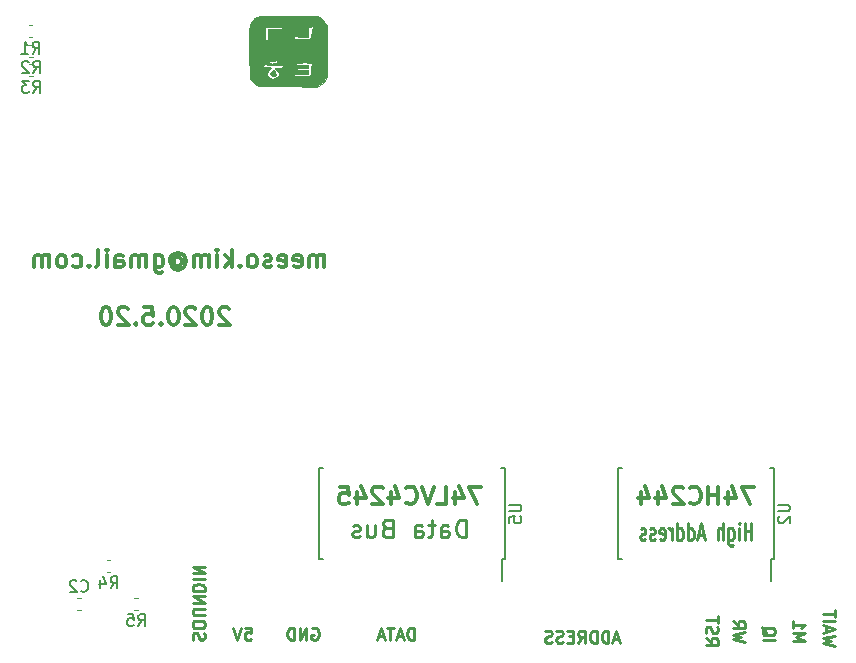
<source format=gbr>
G04 #@! TF.GenerationSoftware,KiCad,Pcbnew,5.1.5-52549c5~86~ubuntu18.04.1*
G04 #@! TF.CreationDate,2020-05-25T17:54:38+09:00*
G04 #@! TF.ProjectId,rpmpv1,72706d70-7631-42e6-9b69-6361645f7063,rev?*
G04 #@! TF.SameCoordinates,Original*
G04 #@! TF.FileFunction,Legend,Bot*
G04 #@! TF.FilePolarity,Positive*
%FSLAX46Y46*%
G04 Gerber Fmt 4.6, Leading zero omitted, Abs format (unit mm)*
G04 Created by KiCad (PCBNEW 5.1.5-52549c5~86~ubuntu18.04.1) date 2020-05-25 17:54:38*
%MOMM*%
%LPD*%
G04 APERTURE LIST*
%ADD10C,0.250000*%
%ADD11C,0.300000*%
%ADD12C,0.150000*%
%ADD13C,0.010000*%
%ADD14C,0.120000*%
G04 APERTURE END LIST*
D10*
X149692714Y-96182571D02*
X149692714Y-94682571D01*
X149335571Y-94682571D01*
X149121285Y-94754000D01*
X148978428Y-94896857D01*
X148907000Y-95039714D01*
X148835571Y-95325428D01*
X148835571Y-95539714D01*
X148907000Y-95825428D01*
X148978428Y-95968285D01*
X149121285Y-96111142D01*
X149335571Y-96182571D01*
X149692714Y-96182571D01*
X147549857Y-96182571D02*
X147549857Y-95396857D01*
X147621285Y-95254000D01*
X147764142Y-95182571D01*
X148049857Y-95182571D01*
X148192714Y-95254000D01*
X147549857Y-96111142D02*
X147692714Y-96182571D01*
X148049857Y-96182571D01*
X148192714Y-96111142D01*
X148264142Y-95968285D01*
X148264142Y-95825428D01*
X148192714Y-95682571D01*
X148049857Y-95611142D01*
X147692714Y-95611142D01*
X147549857Y-95539714D01*
X147049857Y-95182571D02*
X146478428Y-95182571D01*
X146835571Y-94682571D02*
X146835571Y-95968285D01*
X146764142Y-96111142D01*
X146621285Y-96182571D01*
X146478428Y-96182571D01*
X145335571Y-96182571D02*
X145335571Y-95396857D01*
X145407000Y-95254000D01*
X145549857Y-95182571D01*
X145835571Y-95182571D01*
X145978428Y-95254000D01*
X145335571Y-96111142D02*
X145478428Y-96182571D01*
X145835571Y-96182571D01*
X145978428Y-96111142D01*
X146049857Y-95968285D01*
X146049857Y-95825428D01*
X145978428Y-95682571D01*
X145835571Y-95611142D01*
X145478428Y-95611142D01*
X145335571Y-95539714D01*
X142978428Y-95396857D02*
X142764142Y-95468285D01*
X142692714Y-95539714D01*
X142621285Y-95682571D01*
X142621285Y-95896857D01*
X142692714Y-96039714D01*
X142764142Y-96111142D01*
X142907000Y-96182571D01*
X143478428Y-96182571D01*
X143478428Y-94682571D01*
X142978428Y-94682571D01*
X142835571Y-94754000D01*
X142764142Y-94825428D01*
X142692714Y-94968285D01*
X142692714Y-95111142D01*
X142764142Y-95254000D01*
X142835571Y-95325428D01*
X142978428Y-95396857D01*
X143478428Y-95396857D01*
X141335571Y-95182571D02*
X141335571Y-96182571D01*
X141978428Y-95182571D02*
X141978428Y-95968285D01*
X141907000Y-96111142D01*
X141764142Y-96182571D01*
X141549857Y-96182571D01*
X141407000Y-96111142D01*
X141335571Y-96039714D01*
X140692714Y-96111142D02*
X140549857Y-96182571D01*
X140264142Y-96182571D01*
X140121285Y-96111142D01*
X140049857Y-95968285D01*
X140049857Y-95896857D01*
X140121285Y-95754000D01*
X140264142Y-95682571D01*
X140478428Y-95682571D01*
X140621285Y-95611142D01*
X140692714Y-95468285D01*
X140692714Y-95396857D01*
X140621285Y-95254000D01*
X140478428Y-95182571D01*
X140264142Y-95182571D01*
X140121285Y-95254000D01*
X173854476Y-96436571D02*
X173854476Y-94936571D01*
X173854476Y-95650857D02*
X173283047Y-95650857D01*
X173283047Y-96436571D02*
X173283047Y-94936571D01*
X172806857Y-96436571D02*
X172806857Y-95436571D01*
X172806857Y-94936571D02*
X172854476Y-95008000D01*
X172806857Y-95079428D01*
X172759238Y-95008000D01*
X172806857Y-94936571D01*
X172806857Y-95079428D01*
X171902095Y-95436571D02*
X171902095Y-96650857D01*
X171949714Y-96793714D01*
X171997333Y-96865142D01*
X172092571Y-96936571D01*
X172235428Y-96936571D01*
X172330666Y-96865142D01*
X171902095Y-96365142D02*
X171997333Y-96436571D01*
X172187809Y-96436571D01*
X172283047Y-96365142D01*
X172330666Y-96293714D01*
X172378285Y-96150857D01*
X172378285Y-95722285D01*
X172330666Y-95579428D01*
X172283047Y-95508000D01*
X172187809Y-95436571D01*
X171997333Y-95436571D01*
X171902095Y-95508000D01*
X171425904Y-96436571D02*
X171425904Y-94936571D01*
X170997333Y-96436571D02*
X170997333Y-95650857D01*
X171044952Y-95508000D01*
X171140190Y-95436571D01*
X171283047Y-95436571D01*
X171378285Y-95508000D01*
X171425904Y-95579428D01*
X169806857Y-96008000D02*
X169330666Y-96008000D01*
X169902095Y-96436571D02*
X169568761Y-94936571D01*
X169235428Y-96436571D01*
X168473523Y-96436571D02*
X168473523Y-94936571D01*
X168473523Y-96365142D02*
X168568761Y-96436571D01*
X168759238Y-96436571D01*
X168854476Y-96365142D01*
X168902095Y-96293714D01*
X168949714Y-96150857D01*
X168949714Y-95722285D01*
X168902095Y-95579428D01*
X168854476Y-95508000D01*
X168759238Y-95436571D01*
X168568761Y-95436571D01*
X168473523Y-95508000D01*
X167568761Y-96436571D02*
X167568761Y-94936571D01*
X167568761Y-96365142D02*
X167664000Y-96436571D01*
X167854476Y-96436571D01*
X167949714Y-96365142D01*
X167997333Y-96293714D01*
X168044952Y-96150857D01*
X168044952Y-95722285D01*
X167997333Y-95579428D01*
X167949714Y-95508000D01*
X167854476Y-95436571D01*
X167664000Y-95436571D01*
X167568761Y-95508000D01*
X167092571Y-96436571D02*
X167092571Y-95436571D01*
X167092571Y-95722285D02*
X167044952Y-95579428D01*
X166997333Y-95508000D01*
X166902095Y-95436571D01*
X166806857Y-95436571D01*
X166092571Y-96365142D02*
X166187809Y-96436571D01*
X166378285Y-96436571D01*
X166473523Y-96365142D01*
X166521142Y-96222285D01*
X166521142Y-95650857D01*
X166473523Y-95508000D01*
X166378285Y-95436571D01*
X166187809Y-95436571D01*
X166092571Y-95508000D01*
X166044952Y-95650857D01*
X166044952Y-95793714D01*
X166521142Y-95936571D01*
X165664000Y-96365142D02*
X165568761Y-96436571D01*
X165378285Y-96436571D01*
X165283047Y-96365142D01*
X165235428Y-96222285D01*
X165235428Y-96150857D01*
X165283047Y-96008000D01*
X165378285Y-95936571D01*
X165521142Y-95936571D01*
X165616380Y-95865142D01*
X165664000Y-95722285D01*
X165664000Y-95650857D01*
X165616380Y-95508000D01*
X165521142Y-95436571D01*
X165378285Y-95436571D01*
X165283047Y-95508000D01*
X164854476Y-96365142D02*
X164759238Y-96436571D01*
X164568761Y-96436571D01*
X164473523Y-96365142D01*
X164425904Y-96222285D01*
X164425904Y-96150857D01*
X164473523Y-96008000D01*
X164568761Y-95936571D01*
X164711619Y-95936571D01*
X164806857Y-95865142D01*
X164854476Y-95722285D01*
X164854476Y-95650857D01*
X164806857Y-95508000D01*
X164711619Y-95436571D01*
X164568761Y-95436571D01*
X164473523Y-95508000D01*
X126595238Y-104846047D02*
X126547619Y-104703190D01*
X126547619Y-104465095D01*
X126595238Y-104369857D01*
X126642857Y-104322238D01*
X126738095Y-104274619D01*
X126833333Y-104274619D01*
X126928571Y-104322238D01*
X126976190Y-104369857D01*
X127023809Y-104465095D01*
X127071428Y-104655571D01*
X127119047Y-104750809D01*
X127166666Y-104798428D01*
X127261904Y-104846047D01*
X127357142Y-104846047D01*
X127452380Y-104798428D01*
X127500000Y-104750809D01*
X127547619Y-104655571D01*
X127547619Y-104417476D01*
X127500000Y-104274619D01*
X127547619Y-103655571D02*
X127547619Y-103465095D01*
X127500000Y-103369857D01*
X127404761Y-103274619D01*
X127214285Y-103227000D01*
X126880952Y-103227000D01*
X126690476Y-103274619D01*
X126595238Y-103369857D01*
X126547619Y-103465095D01*
X126547619Y-103655571D01*
X126595238Y-103750809D01*
X126690476Y-103846047D01*
X126880952Y-103893666D01*
X127214285Y-103893666D01*
X127404761Y-103846047D01*
X127500000Y-103750809D01*
X127547619Y-103655571D01*
X127547619Y-102798428D02*
X126738095Y-102798428D01*
X126642857Y-102750809D01*
X126595238Y-102703190D01*
X126547619Y-102607952D01*
X126547619Y-102417476D01*
X126595238Y-102322238D01*
X126642857Y-102274619D01*
X126738095Y-102227000D01*
X127547619Y-102227000D01*
X126547619Y-101750809D02*
X127547619Y-101750809D01*
X126547619Y-101179380D01*
X127547619Y-101179380D01*
X126547619Y-100703190D02*
X127547619Y-100703190D01*
X127547619Y-100465095D01*
X127500000Y-100322238D01*
X127404761Y-100227000D01*
X127309523Y-100179380D01*
X127119047Y-100131761D01*
X126976190Y-100131761D01*
X126785714Y-100179380D01*
X126690476Y-100227000D01*
X126595238Y-100322238D01*
X126547619Y-100465095D01*
X126547619Y-100703190D01*
X126547619Y-99703190D02*
X127547619Y-99703190D01*
X126547619Y-99227000D02*
X127547619Y-99227000D01*
X126547619Y-98655571D01*
X127547619Y-98655571D01*
D11*
X150978428Y-91888571D02*
X149978428Y-91888571D01*
X150621285Y-93388571D01*
X148764142Y-92388571D02*
X148764142Y-93388571D01*
X149121285Y-91817142D02*
X149478428Y-92888571D01*
X148549857Y-92888571D01*
X147264142Y-93388571D02*
X147978428Y-93388571D01*
X147978428Y-91888571D01*
X146978428Y-91888571D02*
X146478428Y-93388571D01*
X145978428Y-91888571D01*
X144621285Y-93245714D02*
X144692714Y-93317142D01*
X144907000Y-93388571D01*
X145049857Y-93388571D01*
X145264142Y-93317142D01*
X145407000Y-93174285D01*
X145478428Y-93031428D01*
X145549857Y-92745714D01*
X145549857Y-92531428D01*
X145478428Y-92245714D01*
X145407000Y-92102857D01*
X145264142Y-91960000D01*
X145049857Y-91888571D01*
X144907000Y-91888571D01*
X144692714Y-91960000D01*
X144621285Y-92031428D01*
X143335571Y-92388571D02*
X143335571Y-93388571D01*
X143692714Y-91817142D02*
X144049857Y-92888571D01*
X143121285Y-92888571D01*
X142621285Y-92031428D02*
X142549857Y-91960000D01*
X142407000Y-91888571D01*
X142049857Y-91888571D01*
X141907000Y-91960000D01*
X141835571Y-92031428D01*
X141764142Y-92174285D01*
X141764142Y-92317142D01*
X141835571Y-92531428D01*
X142692714Y-93388571D01*
X141764142Y-93388571D01*
X140478428Y-92388571D02*
X140478428Y-93388571D01*
X140835571Y-91817142D02*
X141192714Y-92888571D01*
X140264142Y-92888571D01*
X138978428Y-91888571D02*
X139692714Y-91888571D01*
X139764142Y-92602857D01*
X139692714Y-92531428D01*
X139549857Y-92460000D01*
X139192714Y-92460000D01*
X139049857Y-92531428D01*
X138978428Y-92602857D01*
X138907000Y-92745714D01*
X138907000Y-93102857D01*
X138978428Y-93245714D01*
X139049857Y-93317142D01*
X139192714Y-93388571D01*
X139549857Y-93388571D01*
X139692714Y-93317142D01*
X139764142Y-93245714D01*
X174056857Y-91888571D02*
X173056857Y-91888571D01*
X173699714Y-93388571D01*
X171842571Y-92388571D02*
X171842571Y-93388571D01*
X172199714Y-91817142D02*
X172556857Y-92888571D01*
X171628285Y-92888571D01*
X171056857Y-93388571D02*
X171056857Y-91888571D01*
X171056857Y-92602857D02*
X170199714Y-92602857D01*
X170199714Y-93388571D02*
X170199714Y-91888571D01*
X168628285Y-93245714D02*
X168699714Y-93317142D01*
X168914000Y-93388571D01*
X169056857Y-93388571D01*
X169271142Y-93317142D01*
X169414000Y-93174285D01*
X169485428Y-93031428D01*
X169556857Y-92745714D01*
X169556857Y-92531428D01*
X169485428Y-92245714D01*
X169414000Y-92102857D01*
X169271142Y-91960000D01*
X169056857Y-91888571D01*
X168914000Y-91888571D01*
X168699714Y-91960000D01*
X168628285Y-92031428D01*
X168056857Y-92031428D02*
X167985428Y-91960000D01*
X167842571Y-91888571D01*
X167485428Y-91888571D01*
X167342571Y-91960000D01*
X167271142Y-92031428D01*
X167199714Y-92174285D01*
X167199714Y-92317142D01*
X167271142Y-92531428D01*
X168128285Y-93388571D01*
X167199714Y-93388571D01*
X165914000Y-92388571D02*
X165914000Y-93388571D01*
X166271142Y-91817142D02*
X166628285Y-92888571D01*
X165699714Y-92888571D01*
X164485428Y-92388571D02*
X164485428Y-93388571D01*
X164842571Y-91817142D02*
X165199714Y-92888571D01*
X164271142Y-92888571D01*
D10*
X162654857Y-104814666D02*
X162178666Y-104814666D01*
X162750095Y-105100380D02*
X162416761Y-104100380D01*
X162083428Y-105100380D01*
X161750095Y-105100380D02*
X161750095Y-104100380D01*
X161512000Y-104100380D01*
X161369142Y-104148000D01*
X161273904Y-104243238D01*
X161226285Y-104338476D01*
X161178666Y-104528952D01*
X161178666Y-104671809D01*
X161226285Y-104862285D01*
X161273904Y-104957523D01*
X161369142Y-105052761D01*
X161512000Y-105100380D01*
X161750095Y-105100380D01*
X160750095Y-105100380D02*
X160750095Y-104100380D01*
X160512000Y-104100380D01*
X160369142Y-104148000D01*
X160273904Y-104243238D01*
X160226285Y-104338476D01*
X160178666Y-104528952D01*
X160178666Y-104671809D01*
X160226285Y-104862285D01*
X160273904Y-104957523D01*
X160369142Y-105052761D01*
X160512000Y-105100380D01*
X160750095Y-105100380D01*
X159178666Y-105100380D02*
X159512000Y-104624190D01*
X159750095Y-105100380D02*
X159750095Y-104100380D01*
X159369142Y-104100380D01*
X159273904Y-104148000D01*
X159226285Y-104195619D01*
X159178666Y-104290857D01*
X159178666Y-104433714D01*
X159226285Y-104528952D01*
X159273904Y-104576571D01*
X159369142Y-104624190D01*
X159750095Y-104624190D01*
X158750095Y-104576571D02*
X158416761Y-104576571D01*
X158273904Y-105100380D02*
X158750095Y-105100380D01*
X158750095Y-104100380D01*
X158273904Y-104100380D01*
X157892952Y-105052761D02*
X157750095Y-105100380D01*
X157512000Y-105100380D01*
X157416761Y-105052761D01*
X157369142Y-105005142D01*
X157321523Y-104909904D01*
X157321523Y-104814666D01*
X157369142Y-104719428D01*
X157416761Y-104671809D01*
X157512000Y-104624190D01*
X157702476Y-104576571D01*
X157797714Y-104528952D01*
X157845333Y-104481333D01*
X157892952Y-104386095D01*
X157892952Y-104290857D01*
X157845333Y-104195619D01*
X157797714Y-104148000D01*
X157702476Y-104100380D01*
X157464380Y-104100380D01*
X157321523Y-104148000D01*
X156940571Y-105052761D02*
X156797714Y-105100380D01*
X156559619Y-105100380D01*
X156464380Y-105052761D01*
X156416761Y-105005142D01*
X156369142Y-104909904D01*
X156369142Y-104814666D01*
X156416761Y-104719428D01*
X156464380Y-104671809D01*
X156559619Y-104624190D01*
X156750095Y-104576571D01*
X156845333Y-104528952D01*
X156892952Y-104481333D01*
X156940571Y-104386095D01*
X156940571Y-104290857D01*
X156892952Y-104195619D01*
X156845333Y-104148000D01*
X156750095Y-104100380D01*
X156512000Y-104100380D01*
X156369142Y-104148000D01*
X145264000Y-104846380D02*
X145264000Y-103846380D01*
X145025904Y-103846380D01*
X144883047Y-103894000D01*
X144787809Y-103989238D01*
X144740190Y-104084476D01*
X144692571Y-104274952D01*
X144692571Y-104417809D01*
X144740190Y-104608285D01*
X144787809Y-104703523D01*
X144883047Y-104798761D01*
X145025904Y-104846380D01*
X145264000Y-104846380D01*
X144311619Y-104560666D02*
X143835428Y-104560666D01*
X144406857Y-104846380D02*
X144073523Y-103846380D01*
X143740190Y-104846380D01*
X143549714Y-103846380D02*
X142978285Y-103846380D01*
X143264000Y-104846380D02*
X143264000Y-103846380D01*
X142692571Y-104560666D02*
X142216380Y-104560666D01*
X142787809Y-104846380D02*
X142454476Y-103846380D01*
X142121142Y-104846380D01*
D11*
X129634571Y-76854928D02*
X129563142Y-76783500D01*
X129420285Y-76712071D01*
X129063142Y-76712071D01*
X128920285Y-76783500D01*
X128848857Y-76854928D01*
X128777428Y-76997785D01*
X128777428Y-77140642D01*
X128848857Y-77354928D01*
X129706000Y-78212071D01*
X128777428Y-78212071D01*
X127848857Y-76712071D02*
X127706000Y-76712071D01*
X127563142Y-76783500D01*
X127491714Y-76854928D01*
X127420285Y-76997785D01*
X127348857Y-77283500D01*
X127348857Y-77640642D01*
X127420285Y-77926357D01*
X127491714Y-78069214D01*
X127563142Y-78140642D01*
X127706000Y-78212071D01*
X127848857Y-78212071D01*
X127991714Y-78140642D01*
X128063142Y-78069214D01*
X128134571Y-77926357D01*
X128206000Y-77640642D01*
X128206000Y-77283500D01*
X128134571Y-76997785D01*
X128063142Y-76854928D01*
X127991714Y-76783500D01*
X127848857Y-76712071D01*
X126777428Y-76854928D02*
X126706000Y-76783500D01*
X126563142Y-76712071D01*
X126206000Y-76712071D01*
X126063142Y-76783500D01*
X125991714Y-76854928D01*
X125920285Y-76997785D01*
X125920285Y-77140642D01*
X125991714Y-77354928D01*
X126848857Y-78212071D01*
X125920285Y-78212071D01*
X124991714Y-76712071D02*
X124848857Y-76712071D01*
X124706000Y-76783500D01*
X124634571Y-76854928D01*
X124563142Y-76997785D01*
X124491714Y-77283500D01*
X124491714Y-77640642D01*
X124563142Y-77926357D01*
X124634571Y-78069214D01*
X124706000Y-78140642D01*
X124848857Y-78212071D01*
X124991714Y-78212071D01*
X125134571Y-78140642D01*
X125206000Y-78069214D01*
X125277428Y-77926357D01*
X125348857Y-77640642D01*
X125348857Y-77283500D01*
X125277428Y-76997785D01*
X125206000Y-76854928D01*
X125134571Y-76783500D01*
X124991714Y-76712071D01*
X123848857Y-78069214D02*
X123777428Y-78140642D01*
X123848857Y-78212071D01*
X123920285Y-78140642D01*
X123848857Y-78069214D01*
X123848857Y-78212071D01*
X122420285Y-76712071D02*
X123134571Y-76712071D01*
X123206000Y-77426357D01*
X123134571Y-77354928D01*
X122991714Y-77283500D01*
X122634571Y-77283500D01*
X122491714Y-77354928D01*
X122420285Y-77426357D01*
X122348857Y-77569214D01*
X122348857Y-77926357D01*
X122420285Y-78069214D01*
X122491714Y-78140642D01*
X122634571Y-78212071D01*
X122991714Y-78212071D01*
X123134571Y-78140642D01*
X123206000Y-78069214D01*
X121706000Y-78069214D02*
X121634571Y-78140642D01*
X121706000Y-78212071D01*
X121777428Y-78140642D01*
X121706000Y-78069214D01*
X121706000Y-78212071D01*
X121063142Y-76854928D02*
X120991714Y-76783500D01*
X120848857Y-76712071D01*
X120491714Y-76712071D01*
X120348857Y-76783500D01*
X120277428Y-76854928D01*
X120206000Y-76997785D01*
X120206000Y-77140642D01*
X120277428Y-77354928D01*
X121134571Y-78212071D01*
X120206000Y-78212071D01*
X119277428Y-76712071D02*
X119134571Y-76712071D01*
X118991714Y-76783500D01*
X118920285Y-76854928D01*
X118848857Y-76997785D01*
X118777428Y-77283500D01*
X118777428Y-77640642D01*
X118848857Y-77926357D01*
X118920285Y-78069214D01*
X118991714Y-78140642D01*
X119134571Y-78212071D01*
X119277428Y-78212071D01*
X119420285Y-78140642D01*
X119491714Y-78069214D01*
X119563142Y-77926357D01*
X119634571Y-77640642D01*
X119634571Y-77283500D01*
X119563142Y-76997785D01*
X119491714Y-76854928D01*
X119420285Y-76783500D01*
X119277428Y-76712071D01*
D10*
X131000476Y-103846380D02*
X131476666Y-103846380D01*
X131524285Y-104322571D01*
X131476666Y-104274952D01*
X131381428Y-104227333D01*
X131143333Y-104227333D01*
X131048095Y-104274952D01*
X131000476Y-104322571D01*
X130952857Y-104417809D01*
X130952857Y-104655904D01*
X131000476Y-104751142D01*
X131048095Y-104798761D01*
X131143333Y-104846380D01*
X131381428Y-104846380D01*
X131476666Y-104798761D01*
X131524285Y-104751142D01*
X130667142Y-103846380D02*
X130333809Y-104846380D01*
X130000476Y-103846380D01*
X136651904Y-103894000D02*
X136747142Y-103846380D01*
X136890000Y-103846380D01*
X137032857Y-103894000D01*
X137128095Y-103989238D01*
X137175714Y-104084476D01*
X137223333Y-104274952D01*
X137223333Y-104417809D01*
X137175714Y-104608285D01*
X137128095Y-104703523D01*
X137032857Y-104798761D01*
X136890000Y-104846380D01*
X136794761Y-104846380D01*
X136651904Y-104798761D01*
X136604285Y-104751142D01*
X136604285Y-104417809D01*
X136794761Y-104417809D01*
X136175714Y-104846380D02*
X136175714Y-103846380D01*
X135604285Y-104846380D01*
X135604285Y-103846380D01*
X135128095Y-104846380D02*
X135128095Y-103846380D01*
X134890000Y-103846380D01*
X134747142Y-103894000D01*
X134651904Y-103989238D01*
X134604285Y-104084476D01*
X134556666Y-104274952D01*
X134556666Y-104417809D01*
X134604285Y-104608285D01*
X134651904Y-104703523D01*
X134747142Y-104798761D01*
X134890000Y-104846380D01*
X135128095Y-104846380D01*
X173267619Y-105068571D02*
X172267619Y-104830476D01*
X172981904Y-104640000D01*
X172267619Y-104449523D01*
X173267619Y-104211428D01*
X172267619Y-103259047D02*
X172743809Y-103592380D01*
X172267619Y-103830476D02*
X173267619Y-103830476D01*
X173267619Y-103449523D01*
X173220000Y-103354285D01*
X173172380Y-103306666D01*
X173077142Y-103259047D01*
X172934285Y-103259047D01*
X172839047Y-103306666D01*
X172791428Y-103354285D01*
X172743809Y-103449523D01*
X172743809Y-103830476D01*
X174807619Y-104917809D02*
X175807619Y-104917809D01*
X174712380Y-103774952D02*
X174760000Y-103870190D01*
X174855238Y-103965428D01*
X174998095Y-104108285D01*
X175045714Y-104203523D01*
X175045714Y-104298761D01*
X174807619Y-104251142D02*
X174855238Y-104346380D01*
X174950476Y-104441619D01*
X175140952Y-104489238D01*
X175474285Y-104489238D01*
X175664761Y-104441619D01*
X175760000Y-104346380D01*
X175807619Y-104251142D01*
X175807619Y-104060666D01*
X175760000Y-103965428D01*
X175664761Y-103870190D01*
X175474285Y-103822571D01*
X175140952Y-103822571D01*
X174950476Y-103870190D01*
X174855238Y-103965428D01*
X174807619Y-104060666D01*
X174807619Y-104251142D01*
X177347619Y-104949523D02*
X178347619Y-104949523D01*
X177633333Y-104616190D01*
X178347619Y-104282857D01*
X177347619Y-104282857D01*
X177347619Y-103282857D02*
X177347619Y-103854285D01*
X177347619Y-103568571D02*
X178347619Y-103568571D01*
X178204761Y-103663809D01*
X178109523Y-103759047D01*
X178061904Y-103854285D01*
X180887619Y-105362190D02*
X179887619Y-105124095D01*
X180601904Y-104933619D01*
X179887619Y-104743142D01*
X180887619Y-104505047D01*
X180173333Y-104171714D02*
X180173333Y-103695523D01*
X179887619Y-104266952D02*
X180887619Y-103933619D01*
X179887619Y-103600285D01*
X179887619Y-103266952D02*
X180887619Y-103266952D01*
X180887619Y-102933619D02*
X180887619Y-102362190D01*
X179887619Y-102647904D02*
X180887619Y-102647904D01*
X169981619Y-104687619D02*
X170457809Y-105020952D01*
X169981619Y-105259047D02*
X170981619Y-105259047D01*
X170981619Y-104878095D01*
X170934000Y-104782857D01*
X170886380Y-104735238D01*
X170791142Y-104687619D01*
X170648285Y-104687619D01*
X170553047Y-104735238D01*
X170505428Y-104782857D01*
X170457809Y-104878095D01*
X170457809Y-105259047D01*
X170029238Y-104306666D02*
X169981619Y-104163809D01*
X169981619Y-103925714D01*
X170029238Y-103830476D01*
X170076857Y-103782857D01*
X170172095Y-103735238D01*
X170267333Y-103735238D01*
X170362571Y-103782857D01*
X170410190Y-103830476D01*
X170457809Y-103925714D01*
X170505428Y-104116190D01*
X170553047Y-104211428D01*
X170600666Y-104259047D01*
X170695904Y-104306666D01*
X170791142Y-104306666D01*
X170886380Y-104259047D01*
X170934000Y-104211428D01*
X170981619Y-104116190D01*
X170981619Y-103878095D01*
X170934000Y-103735238D01*
X170981619Y-103449523D02*
X170981619Y-102878095D01*
X169981619Y-103163809D02*
X170981619Y-103163809D01*
D11*
X137698214Y-73322571D02*
X137698214Y-72322571D01*
X137698214Y-72465428D02*
X137626785Y-72394000D01*
X137483928Y-72322571D01*
X137269642Y-72322571D01*
X137126785Y-72394000D01*
X137055357Y-72536857D01*
X137055357Y-73322571D01*
X137055357Y-72536857D02*
X136983928Y-72394000D01*
X136841071Y-72322571D01*
X136626785Y-72322571D01*
X136483928Y-72394000D01*
X136412500Y-72536857D01*
X136412500Y-73322571D01*
X135126785Y-73251142D02*
X135269642Y-73322571D01*
X135555357Y-73322571D01*
X135698214Y-73251142D01*
X135769642Y-73108285D01*
X135769642Y-72536857D01*
X135698214Y-72394000D01*
X135555357Y-72322571D01*
X135269642Y-72322571D01*
X135126785Y-72394000D01*
X135055357Y-72536857D01*
X135055357Y-72679714D01*
X135769642Y-72822571D01*
X133841071Y-73251142D02*
X133983928Y-73322571D01*
X134269642Y-73322571D01*
X134412500Y-73251142D01*
X134483928Y-73108285D01*
X134483928Y-72536857D01*
X134412500Y-72394000D01*
X134269642Y-72322571D01*
X133983928Y-72322571D01*
X133841071Y-72394000D01*
X133769642Y-72536857D01*
X133769642Y-72679714D01*
X134483928Y-72822571D01*
X133198214Y-73251142D02*
X133055357Y-73322571D01*
X132769642Y-73322571D01*
X132626785Y-73251142D01*
X132555357Y-73108285D01*
X132555357Y-73036857D01*
X132626785Y-72894000D01*
X132769642Y-72822571D01*
X132983928Y-72822571D01*
X133126785Y-72751142D01*
X133198214Y-72608285D01*
X133198214Y-72536857D01*
X133126785Y-72394000D01*
X132983928Y-72322571D01*
X132769642Y-72322571D01*
X132626785Y-72394000D01*
X131698214Y-73322571D02*
X131841071Y-73251142D01*
X131912500Y-73179714D01*
X131983928Y-73036857D01*
X131983928Y-72608285D01*
X131912500Y-72465428D01*
X131841071Y-72394000D01*
X131698214Y-72322571D01*
X131483928Y-72322571D01*
X131341071Y-72394000D01*
X131269642Y-72465428D01*
X131198214Y-72608285D01*
X131198214Y-73036857D01*
X131269642Y-73179714D01*
X131341071Y-73251142D01*
X131483928Y-73322571D01*
X131698214Y-73322571D01*
X130555357Y-73179714D02*
X130483928Y-73251142D01*
X130555357Y-73322571D01*
X130626785Y-73251142D01*
X130555357Y-73179714D01*
X130555357Y-73322571D01*
X129841071Y-73322571D02*
X129841071Y-71822571D01*
X129698214Y-72751142D02*
X129269642Y-73322571D01*
X129269642Y-72322571D02*
X129841071Y-72894000D01*
X128626785Y-73322571D02*
X128626785Y-72322571D01*
X128626785Y-71822571D02*
X128698214Y-71894000D01*
X128626785Y-71965428D01*
X128555357Y-71894000D01*
X128626785Y-71822571D01*
X128626785Y-71965428D01*
X127912500Y-73322571D02*
X127912500Y-72322571D01*
X127912500Y-72465428D02*
X127841071Y-72394000D01*
X127698214Y-72322571D01*
X127483928Y-72322571D01*
X127341071Y-72394000D01*
X127269642Y-72536857D01*
X127269642Y-73322571D01*
X127269642Y-72536857D02*
X127198214Y-72394000D01*
X127055357Y-72322571D01*
X126841071Y-72322571D01*
X126698214Y-72394000D01*
X126626785Y-72536857D01*
X126626785Y-73322571D01*
X124983928Y-72608285D02*
X125055357Y-72536857D01*
X125198214Y-72465428D01*
X125341071Y-72465428D01*
X125483928Y-72536857D01*
X125555357Y-72608285D01*
X125626785Y-72751142D01*
X125626785Y-72894000D01*
X125555357Y-73036857D01*
X125483928Y-73108285D01*
X125341071Y-73179714D01*
X125198214Y-73179714D01*
X125055357Y-73108285D01*
X124983928Y-73036857D01*
X124983928Y-72465428D02*
X124983928Y-73036857D01*
X124912500Y-73108285D01*
X124841071Y-73108285D01*
X124698214Y-73036857D01*
X124626785Y-72894000D01*
X124626785Y-72536857D01*
X124769642Y-72322571D01*
X124983928Y-72179714D01*
X125269642Y-72108285D01*
X125555357Y-72179714D01*
X125769642Y-72322571D01*
X125912500Y-72536857D01*
X125983928Y-72822571D01*
X125912500Y-73108285D01*
X125769642Y-73322571D01*
X125555357Y-73465428D01*
X125269642Y-73536857D01*
X124983928Y-73465428D01*
X124769642Y-73322571D01*
X123341071Y-72322571D02*
X123341071Y-73536857D01*
X123412500Y-73679714D01*
X123483928Y-73751142D01*
X123626785Y-73822571D01*
X123841071Y-73822571D01*
X123983928Y-73751142D01*
X123341071Y-73251142D02*
X123483928Y-73322571D01*
X123769642Y-73322571D01*
X123912500Y-73251142D01*
X123983928Y-73179714D01*
X124055357Y-73036857D01*
X124055357Y-72608285D01*
X123983928Y-72465428D01*
X123912500Y-72394000D01*
X123769642Y-72322571D01*
X123483928Y-72322571D01*
X123341071Y-72394000D01*
X122626785Y-73322571D02*
X122626785Y-72322571D01*
X122626785Y-72465428D02*
X122555357Y-72394000D01*
X122412500Y-72322571D01*
X122198214Y-72322571D01*
X122055357Y-72394000D01*
X121983928Y-72536857D01*
X121983928Y-73322571D01*
X121983928Y-72536857D02*
X121912500Y-72394000D01*
X121769642Y-72322571D01*
X121555357Y-72322571D01*
X121412500Y-72394000D01*
X121341071Y-72536857D01*
X121341071Y-73322571D01*
X119983928Y-73322571D02*
X119983928Y-72536857D01*
X120055357Y-72394000D01*
X120198214Y-72322571D01*
X120483928Y-72322571D01*
X120626785Y-72394000D01*
X119983928Y-73251142D02*
X120126785Y-73322571D01*
X120483928Y-73322571D01*
X120626785Y-73251142D01*
X120698214Y-73108285D01*
X120698214Y-72965428D01*
X120626785Y-72822571D01*
X120483928Y-72751142D01*
X120126785Y-72751142D01*
X119983928Y-72679714D01*
X119269642Y-73322571D02*
X119269642Y-72322571D01*
X119269642Y-71822571D02*
X119341071Y-71894000D01*
X119269642Y-71965428D01*
X119198214Y-71894000D01*
X119269642Y-71822571D01*
X119269642Y-71965428D01*
X118341071Y-73322571D02*
X118483928Y-73251142D01*
X118555357Y-73108285D01*
X118555357Y-71822571D01*
X117769642Y-73179714D02*
X117698214Y-73251142D01*
X117769642Y-73322571D01*
X117841071Y-73251142D01*
X117769642Y-73179714D01*
X117769642Y-73322571D01*
X116412500Y-73251142D02*
X116555357Y-73322571D01*
X116841071Y-73322571D01*
X116983928Y-73251142D01*
X117055357Y-73179714D01*
X117126785Y-73036857D01*
X117126785Y-72608285D01*
X117055357Y-72465428D01*
X116983928Y-72394000D01*
X116841071Y-72322571D01*
X116555357Y-72322571D01*
X116412500Y-72394000D01*
X115555357Y-73322571D02*
X115698214Y-73251142D01*
X115769642Y-73179714D01*
X115841071Y-73036857D01*
X115841071Y-72608285D01*
X115769642Y-72465428D01*
X115698214Y-72394000D01*
X115555357Y-72322571D01*
X115341071Y-72322571D01*
X115198214Y-72394000D01*
X115126785Y-72465428D01*
X115055357Y-72608285D01*
X115055357Y-73036857D01*
X115126785Y-73179714D01*
X115198214Y-73251142D01*
X115341071Y-73322571D01*
X115555357Y-73322571D01*
X114412500Y-73322571D02*
X114412500Y-72322571D01*
X114412500Y-72465428D02*
X114341071Y-72394000D01*
X114198214Y-72322571D01*
X113983928Y-72322571D01*
X113841071Y-72394000D01*
X113769642Y-72536857D01*
X113769642Y-73322571D01*
X113769642Y-72536857D02*
X113698214Y-72394000D01*
X113555357Y-72322571D01*
X113341071Y-72322571D01*
X113198214Y-72394000D01*
X113126785Y-72536857D01*
X113126785Y-73322571D01*
D12*
X175739000Y-98046500D02*
X175489000Y-98046500D01*
X175739000Y-90296500D02*
X175404000Y-90296500D01*
X162589000Y-90296500D02*
X162924000Y-90296500D01*
X162589000Y-98046500D02*
X162924000Y-98046500D01*
X175739000Y-98046500D02*
X175739000Y-90296500D01*
X162589000Y-98046500D02*
X162589000Y-90296500D01*
X175489000Y-98046500D02*
X175489000Y-99846500D01*
X152973000Y-98044500D02*
X152698000Y-98044500D01*
X152973000Y-90294500D02*
X152608000Y-90294500D01*
X137223000Y-90294500D02*
X137588000Y-90294500D01*
X137223000Y-98044500D02*
X137588000Y-98044500D01*
X152973000Y-98044500D02*
X152973000Y-90294500D01*
X137223000Y-98044500D02*
X137223000Y-90294500D01*
X152698000Y-98044500D02*
X152698000Y-99869500D01*
D13*
G36*
X134048452Y-52021490D02*
G01*
X133556638Y-52022393D01*
X133148092Y-52025230D01*
X132813650Y-52031088D01*
X132544146Y-52041058D01*
X132330414Y-52056227D01*
X132163290Y-52077685D01*
X132033607Y-52106520D01*
X131932201Y-52143822D01*
X131849905Y-52190679D01*
X131777555Y-52248180D01*
X131705985Y-52317415D01*
X131649051Y-52375901D01*
X131574255Y-52454627D01*
X131512039Y-52529822D01*
X131461315Y-52611193D01*
X131420993Y-52708450D01*
X131389986Y-52831300D01*
X131367204Y-52989452D01*
X131351559Y-53192614D01*
X131341963Y-53450494D01*
X131337327Y-53772801D01*
X131336562Y-54169243D01*
X131338580Y-54649528D01*
X131341583Y-55118000D01*
X131356100Y-57277000D01*
X131499863Y-57488837D01*
X131636586Y-57653080D01*
X131803741Y-57806361D01*
X131855463Y-57844437D01*
X132067300Y-57988200D01*
X134560779Y-58002268D01*
X137054258Y-58016337D01*
X137328595Y-57873022D01*
X137552977Y-57726064D01*
X137719320Y-57538561D01*
X137756116Y-57482017D01*
X137909300Y-57234327D01*
X137918080Y-56044441D01*
X136760869Y-56044441D01*
X136739461Y-56086375D01*
X136664700Y-56134000D01*
X136612922Y-56174263D01*
X136582236Y-56242152D01*
X136567394Y-56361192D01*
X136563148Y-56554905D01*
X136563100Y-56589358D01*
X136560055Y-56803957D01*
X136540858Y-56955342D01*
X136490420Y-57054541D01*
X136393648Y-57112581D01*
X136235452Y-57140490D01*
X136000741Y-57149296D01*
X135795878Y-57150000D01*
X135530433Y-57147862D01*
X135350098Y-57140105D01*
X135238444Y-57124707D01*
X135179045Y-57099650D01*
X135158230Y-57071609D01*
X135148188Y-56986612D01*
X135159555Y-56961811D01*
X135220179Y-56950061D01*
X135360302Y-56942368D01*
X135557877Y-56939498D01*
X135750031Y-56941334D01*
X136309100Y-56952262D01*
X136309100Y-56645812D01*
X135839781Y-56631206D01*
X135614779Y-56621595D01*
X135472340Y-56607029D01*
X135393429Y-56583460D01*
X135359013Y-56546834D01*
X135353456Y-56527700D01*
X135355251Y-56486399D01*
X135391577Y-56460222D01*
X135480164Y-56445811D01*
X135638740Y-56439807D01*
X135822776Y-56438800D01*
X136047379Y-56437935D01*
X136189340Y-56432040D01*
X136267618Y-56416164D01*
X136301170Y-56385357D01*
X136308955Y-56334667D01*
X136309100Y-56311800D01*
X136308789Y-56305991D01*
X134209571Y-56305991D01*
X134131812Y-56392456D01*
X134036491Y-56445881D01*
X133906427Y-56465454D01*
X133730029Y-56458549D01*
X133572058Y-56448359D01*
X133501122Y-56453071D01*
X133503358Y-56475678D01*
X133536043Y-56500420D01*
X133718421Y-56661591D01*
X133813871Y-56833923D01*
X133819193Y-57004487D01*
X133731188Y-57160355D01*
X133705600Y-57185478D01*
X133523612Y-57311525D01*
X133338987Y-57347202D01*
X133124323Y-57296866D01*
X133090420Y-57283248D01*
X132926122Y-57170393D01*
X132841572Y-57017809D01*
X132836561Y-56848453D01*
X132910884Y-56685285D01*
X133064333Y-56551261D01*
X133097189Y-56533568D01*
X133192925Y-56472822D01*
X133198129Y-56429526D01*
X133109833Y-56402214D01*
X132925067Y-56389417D01*
X132802744Y-56388000D01*
X132593380Y-56374098D01*
X132481163Y-56332515D01*
X132466370Y-56263429D01*
X132513249Y-56199680D01*
X132559646Y-56166301D01*
X132628905Y-56149301D01*
X132741264Y-56148243D01*
X132916966Y-56162687D01*
X133127529Y-56186388D01*
X133382314Y-56210749D01*
X133629422Y-56224343D01*
X133833055Y-56225653D01*
X133918755Y-56219994D01*
X134101449Y-56213238D01*
X134200003Y-56243211D01*
X134209571Y-56305991D01*
X136308789Y-56305991D01*
X136306009Y-56254166D01*
X136284368Y-56217295D01*
X136225628Y-56196549D01*
X136111239Y-56187291D01*
X135922652Y-56184884D01*
X135801100Y-56184800D01*
X135569891Y-56183405D01*
X135421879Y-56176770D01*
X135338677Y-56161216D01*
X135301894Y-56133066D01*
X135293142Y-56088641D01*
X135293100Y-56083200D01*
X135298230Y-56043587D01*
X135323851Y-56015870D01*
X135385309Y-55997934D01*
X135497951Y-55987661D01*
X135677124Y-55982934D01*
X135938175Y-55981636D01*
X136029700Y-55981600D01*
X136348184Y-55984737D01*
X136571817Y-55995202D01*
X136707183Y-56014577D01*
X136760869Y-56044441D01*
X137918080Y-56044441D01*
X137919484Y-55854192D01*
X133719130Y-55854192D01*
X133678413Y-55937887D01*
X133605397Y-56004119D01*
X133466115Y-56060284D01*
X133289980Y-56081099D01*
X133127649Y-56063514D01*
X133063198Y-56036749D01*
X133004469Y-55965675D01*
X133031801Y-55897438D01*
X133130359Y-55846817D01*
X133272206Y-55828506D01*
X133438374Y-55820894D01*
X133579051Y-55802869D01*
X133604000Y-55797181D01*
X133694270Y-55799072D01*
X133719130Y-55854192D01*
X137919484Y-55854192D01*
X137924887Y-55122063D01*
X137928125Y-54507809D01*
X137928001Y-53992280D01*
X137924464Y-53572657D01*
X137917462Y-53246120D01*
X137906947Y-53009847D01*
X137905071Y-52990014D01*
X136813320Y-52990014D01*
X136773462Y-53050219D01*
X136721308Y-53082892D01*
X136666694Y-53133406D01*
X136632440Y-53228846D01*
X136611788Y-53392707D01*
X136605699Y-53484848D01*
X136592170Y-53678004D01*
X136566733Y-53815655D01*
X136514140Y-53907202D01*
X136419140Y-53962049D01*
X136266484Y-53989596D01*
X136040920Y-53999246D01*
X135769480Y-54000400D01*
X135495069Y-53999487D01*
X135306337Y-53995227D01*
X135187371Y-53985333D01*
X135122257Y-53967522D01*
X135095079Y-53939509D01*
X135089900Y-53902836D01*
X135133814Y-53819724D01*
X135245466Y-53771506D01*
X135394729Y-53765797D01*
X135516182Y-53795102D01*
X135641380Y-53823356D01*
X135823786Y-53842549D01*
X135982208Y-53848000D01*
X136309100Y-53848000D01*
X136309100Y-53489060D01*
X136317006Y-53241736D01*
X136346721Y-53078897D01*
X136407245Y-52984238D01*
X136409031Y-52983476D01*
X134226300Y-52983476D01*
X134210285Y-53014220D01*
X134137062Y-53083169D01*
X134129055Y-53089890D01*
X134066493Y-53134781D01*
X133994845Y-53162048D01*
X133892008Y-53173901D01*
X133735880Y-53172549D01*
X133504358Y-53160201D01*
X133455955Y-53157170D01*
X132905500Y-53122339D01*
X132905500Y-53637569D01*
X132903120Y-53875757D01*
X132894292Y-54029244D01*
X132876487Y-54114853D01*
X132847177Y-54149407D01*
X132828043Y-54152800D01*
X132754744Y-54110262D01*
X132701043Y-54022492D01*
X132678829Y-53914041D01*
X132661768Y-53735519D01*
X132652466Y-53518424D01*
X132651500Y-53423929D01*
X132651500Y-52955672D01*
X133426200Y-52967422D01*
X133696214Y-52971762D01*
X133928658Y-52975960D01*
X134105352Y-52979652D01*
X134208111Y-52982473D01*
X134226300Y-52983476D01*
X136409031Y-52983476D01*
X136507579Y-52941453D01*
X136615688Y-52933600D01*
X136759107Y-52948849D01*
X136813320Y-52990014D01*
X137905071Y-52990014D01*
X137892868Y-52861019D01*
X137883801Y-52816141D01*
X137783601Y-52607287D01*
X137617932Y-52395950D01*
X137416559Y-52215050D01*
X137248900Y-52113975D01*
X137195535Y-52092454D01*
X137132180Y-52074533D01*
X137049612Y-52059886D01*
X136938607Y-52048188D01*
X136789940Y-52039111D01*
X136594386Y-52032329D01*
X136342721Y-52027517D01*
X136025720Y-52024347D01*
X135634160Y-52022494D01*
X135158815Y-52021631D01*
X134632700Y-52021431D01*
X134048452Y-52021490D01*
G37*
X134048452Y-52021490D02*
X133556638Y-52022393D01*
X133148092Y-52025230D01*
X132813650Y-52031088D01*
X132544146Y-52041058D01*
X132330414Y-52056227D01*
X132163290Y-52077685D01*
X132033607Y-52106520D01*
X131932201Y-52143822D01*
X131849905Y-52190679D01*
X131777555Y-52248180D01*
X131705985Y-52317415D01*
X131649051Y-52375901D01*
X131574255Y-52454627D01*
X131512039Y-52529822D01*
X131461315Y-52611193D01*
X131420993Y-52708450D01*
X131389986Y-52831300D01*
X131367204Y-52989452D01*
X131351559Y-53192614D01*
X131341963Y-53450494D01*
X131337327Y-53772801D01*
X131336562Y-54169243D01*
X131338580Y-54649528D01*
X131341583Y-55118000D01*
X131356100Y-57277000D01*
X131499863Y-57488837D01*
X131636586Y-57653080D01*
X131803741Y-57806361D01*
X131855463Y-57844437D01*
X132067300Y-57988200D01*
X134560779Y-58002268D01*
X137054258Y-58016337D01*
X137328595Y-57873022D01*
X137552977Y-57726064D01*
X137719320Y-57538561D01*
X137756116Y-57482017D01*
X137909300Y-57234327D01*
X137918080Y-56044441D01*
X136760869Y-56044441D01*
X136739461Y-56086375D01*
X136664700Y-56134000D01*
X136612922Y-56174263D01*
X136582236Y-56242152D01*
X136567394Y-56361192D01*
X136563148Y-56554905D01*
X136563100Y-56589358D01*
X136560055Y-56803957D01*
X136540858Y-56955342D01*
X136490420Y-57054541D01*
X136393648Y-57112581D01*
X136235452Y-57140490D01*
X136000741Y-57149296D01*
X135795878Y-57150000D01*
X135530433Y-57147862D01*
X135350098Y-57140105D01*
X135238444Y-57124707D01*
X135179045Y-57099650D01*
X135158230Y-57071609D01*
X135148188Y-56986612D01*
X135159555Y-56961811D01*
X135220179Y-56950061D01*
X135360302Y-56942368D01*
X135557877Y-56939498D01*
X135750031Y-56941334D01*
X136309100Y-56952262D01*
X136309100Y-56645812D01*
X135839781Y-56631206D01*
X135614779Y-56621595D01*
X135472340Y-56607029D01*
X135393429Y-56583460D01*
X135359013Y-56546834D01*
X135353456Y-56527700D01*
X135355251Y-56486399D01*
X135391577Y-56460222D01*
X135480164Y-56445811D01*
X135638740Y-56439807D01*
X135822776Y-56438800D01*
X136047379Y-56437935D01*
X136189340Y-56432040D01*
X136267618Y-56416164D01*
X136301170Y-56385357D01*
X136308955Y-56334667D01*
X136309100Y-56311800D01*
X136308789Y-56305991D01*
X134209571Y-56305991D01*
X134131812Y-56392456D01*
X134036491Y-56445881D01*
X133906427Y-56465454D01*
X133730029Y-56458549D01*
X133572058Y-56448359D01*
X133501122Y-56453071D01*
X133503358Y-56475678D01*
X133536043Y-56500420D01*
X133718421Y-56661591D01*
X133813871Y-56833923D01*
X133819193Y-57004487D01*
X133731188Y-57160355D01*
X133705600Y-57185478D01*
X133523612Y-57311525D01*
X133338987Y-57347202D01*
X133124323Y-57296866D01*
X133090420Y-57283248D01*
X132926122Y-57170393D01*
X132841572Y-57017809D01*
X132836561Y-56848453D01*
X132910884Y-56685285D01*
X133064333Y-56551261D01*
X133097189Y-56533568D01*
X133192925Y-56472822D01*
X133198129Y-56429526D01*
X133109833Y-56402214D01*
X132925067Y-56389417D01*
X132802744Y-56388000D01*
X132593380Y-56374098D01*
X132481163Y-56332515D01*
X132466370Y-56263429D01*
X132513249Y-56199680D01*
X132559646Y-56166301D01*
X132628905Y-56149301D01*
X132741264Y-56148243D01*
X132916966Y-56162687D01*
X133127529Y-56186388D01*
X133382314Y-56210749D01*
X133629422Y-56224343D01*
X133833055Y-56225653D01*
X133918755Y-56219994D01*
X134101449Y-56213238D01*
X134200003Y-56243211D01*
X134209571Y-56305991D01*
X136308789Y-56305991D01*
X136306009Y-56254166D01*
X136284368Y-56217295D01*
X136225628Y-56196549D01*
X136111239Y-56187291D01*
X135922652Y-56184884D01*
X135801100Y-56184800D01*
X135569891Y-56183405D01*
X135421879Y-56176770D01*
X135338677Y-56161216D01*
X135301894Y-56133066D01*
X135293142Y-56088641D01*
X135293100Y-56083200D01*
X135298230Y-56043587D01*
X135323851Y-56015870D01*
X135385309Y-55997934D01*
X135497951Y-55987661D01*
X135677124Y-55982934D01*
X135938175Y-55981636D01*
X136029700Y-55981600D01*
X136348184Y-55984737D01*
X136571817Y-55995202D01*
X136707183Y-56014577D01*
X136760869Y-56044441D01*
X137918080Y-56044441D01*
X137919484Y-55854192D01*
X133719130Y-55854192D01*
X133678413Y-55937887D01*
X133605397Y-56004119D01*
X133466115Y-56060284D01*
X133289980Y-56081099D01*
X133127649Y-56063514D01*
X133063198Y-56036749D01*
X133004469Y-55965675D01*
X133031801Y-55897438D01*
X133130359Y-55846817D01*
X133272206Y-55828506D01*
X133438374Y-55820894D01*
X133579051Y-55802869D01*
X133604000Y-55797181D01*
X133694270Y-55799072D01*
X133719130Y-55854192D01*
X137919484Y-55854192D01*
X137924887Y-55122063D01*
X137928125Y-54507809D01*
X137928001Y-53992280D01*
X137924464Y-53572657D01*
X137917462Y-53246120D01*
X137906947Y-53009847D01*
X137905071Y-52990014D01*
X136813320Y-52990014D01*
X136773462Y-53050219D01*
X136721308Y-53082892D01*
X136666694Y-53133406D01*
X136632440Y-53228846D01*
X136611788Y-53392707D01*
X136605699Y-53484848D01*
X136592170Y-53678004D01*
X136566733Y-53815655D01*
X136514140Y-53907202D01*
X136419140Y-53962049D01*
X136266484Y-53989596D01*
X136040920Y-53999246D01*
X135769480Y-54000400D01*
X135495069Y-53999487D01*
X135306337Y-53995227D01*
X135187371Y-53985333D01*
X135122257Y-53967522D01*
X135095079Y-53939509D01*
X135089900Y-53902836D01*
X135133814Y-53819724D01*
X135245466Y-53771506D01*
X135394729Y-53765797D01*
X135516182Y-53795102D01*
X135641380Y-53823356D01*
X135823786Y-53842549D01*
X135982208Y-53848000D01*
X136309100Y-53848000D01*
X136309100Y-53489060D01*
X136317006Y-53241736D01*
X136346721Y-53078897D01*
X136407245Y-52984238D01*
X136409031Y-52983476D01*
X134226300Y-52983476D01*
X134210285Y-53014220D01*
X134137062Y-53083169D01*
X134129055Y-53089890D01*
X134066493Y-53134781D01*
X133994845Y-53162048D01*
X133892008Y-53173901D01*
X133735880Y-53172549D01*
X133504358Y-53160201D01*
X133455955Y-53157170D01*
X132905500Y-53122339D01*
X132905500Y-53637569D01*
X132903120Y-53875757D01*
X132894292Y-54029244D01*
X132876487Y-54114853D01*
X132847177Y-54149407D01*
X132828043Y-54152800D01*
X132754744Y-54110262D01*
X132701043Y-54022492D01*
X132678829Y-53914041D01*
X132661768Y-53735519D01*
X132652466Y-53518424D01*
X132651500Y-53423929D01*
X132651500Y-52955672D01*
X133426200Y-52967422D01*
X133696214Y-52971762D01*
X133928658Y-52975960D01*
X134105352Y-52979652D01*
X134208111Y-52982473D01*
X134226300Y-52983476D01*
X136409031Y-52983476D01*
X136507579Y-52941453D01*
X136615688Y-52933600D01*
X136759107Y-52948849D01*
X136813320Y-52990014D01*
X137905071Y-52990014D01*
X137892868Y-52861019D01*
X137883801Y-52816141D01*
X137783601Y-52607287D01*
X137617932Y-52395950D01*
X137416559Y-52215050D01*
X137248900Y-52113975D01*
X137195535Y-52092454D01*
X137132180Y-52074533D01*
X137049612Y-52059886D01*
X136938607Y-52048188D01*
X136789940Y-52039111D01*
X136594386Y-52032329D01*
X136342721Y-52027517D01*
X136025720Y-52024347D01*
X135634160Y-52022494D01*
X135158815Y-52021631D01*
X134632700Y-52021431D01*
X134048452Y-52021490D01*
G36*
X133250009Y-56675515D02*
G01*
X133150768Y-56752913D01*
X133075402Y-56839476D01*
X133057900Y-56884696D01*
X133084352Y-56951877D01*
X133136981Y-57037096D01*
X133249544Y-57126911D01*
X133386546Y-57145842D01*
X133504940Y-57089040D01*
X133559902Y-56973645D01*
X133547642Y-56837685D01*
X133481905Y-56717038D01*
X133376437Y-56647580D01*
X133333672Y-56642000D01*
X133250009Y-56675515D01*
G37*
X133250009Y-56675515D02*
X133150768Y-56752913D01*
X133075402Y-56839476D01*
X133057900Y-56884696D01*
X133084352Y-56951877D01*
X133136981Y-57037096D01*
X133249544Y-57126911D01*
X133386546Y-57145842D01*
X133504940Y-57089040D01*
X133559902Y-56973645D01*
X133547642Y-56837685D01*
X133481905Y-56717038D01*
X133376437Y-56647580D01*
X133333672Y-56642000D01*
X133250009Y-56675515D01*
D14*
X117066779Y-101280000D02*
X116741221Y-101280000D01*
X117066779Y-102300000D02*
X116741221Y-102300000D01*
X112656221Y-53850000D02*
X112981779Y-53850000D01*
X112656221Y-52830000D02*
X112981779Y-52830000D01*
X112697221Y-54481000D02*
X113022779Y-54481000D01*
X112697221Y-55501000D02*
X113022779Y-55501000D01*
X112697221Y-57152000D02*
X113022779Y-57152000D01*
X112697221Y-56132000D02*
X113022779Y-56132000D01*
X119260221Y-98105500D02*
X119585779Y-98105500D01*
X119260221Y-99125500D02*
X119585779Y-99125500D01*
X121609221Y-102300000D02*
X121934779Y-102300000D01*
X121609221Y-101280000D02*
X121934779Y-101280000D01*
D12*
X176116380Y-93409595D02*
X176925904Y-93409595D01*
X177021142Y-93457214D01*
X177068761Y-93504833D01*
X177116380Y-93600071D01*
X177116380Y-93790547D01*
X177068761Y-93885785D01*
X177021142Y-93933404D01*
X176925904Y-93981023D01*
X176116380Y-93981023D01*
X176211619Y-94409595D02*
X176164000Y-94457214D01*
X176116380Y-94552452D01*
X176116380Y-94790547D01*
X176164000Y-94885785D01*
X176211619Y-94933404D01*
X176306857Y-94981023D01*
X176402095Y-94981023D01*
X176544952Y-94933404D01*
X177116380Y-94361976D01*
X177116380Y-94981023D01*
X153350380Y-93407595D02*
X154159904Y-93407595D01*
X154255142Y-93455214D01*
X154302761Y-93502833D01*
X154350380Y-93598071D01*
X154350380Y-93788547D01*
X154302761Y-93883785D01*
X154255142Y-93931404D01*
X154159904Y-93979023D01*
X153350380Y-93979023D01*
X153350380Y-94931404D02*
X153350380Y-94455214D01*
X153826571Y-94407595D01*
X153778952Y-94455214D01*
X153731333Y-94550452D01*
X153731333Y-94788547D01*
X153778952Y-94883785D01*
X153826571Y-94931404D01*
X153921809Y-94979023D01*
X154159904Y-94979023D01*
X154255142Y-94931404D01*
X154302761Y-94883785D01*
X154350380Y-94788547D01*
X154350380Y-94550452D01*
X154302761Y-94455214D01*
X154255142Y-94407595D01*
X117070666Y-100717142D02*
X117118285Y-100764761D01*
X117261142Y-100812380D01*
X117356380Y-100812380D01*
X117499238Y-100764761D01*
X117594476Y-100669523D01*
X117642095Y-100574285D01*
X117689714Y-100383809D01*
X117689714Y-100240952D01*
X117642095Y-100050476D01*
X117594476Y-99955238D01*
X117499238Y-99860000D01*
X117356380Y-99812380D01*
X117261142Y-99812380D01*
X117118285Y-99860000D01*
X117070666Y-99907619D01*
X116689714Y-99907619D02*
X116642095Y-99860000D01*
X116546857Y-99812380D01*
X116308761Y-99812380D01*
X116213523Y-99860000D01*
X116165904Y-99907619D01*
X116118285Y-100002857D01*
X116118285Y-100098095D01*
X116165904Y-100240952D01*
X116737333Y-100812380D01*
X116118285Y-100812380D01*
X112985666Y-55222380D02*
X113319000Y-54746190D01*
X113557095Y-55222380D02*
X113557095Y-54222380D01*
X113176142Y-54222380D01*
X113080904Y-54270000D01*
X113033285Y-54317619D01*
X112985666Y-54412857D01*
X112985666Y-54555714D01*
X113033285Y-54650952D01*
X113080904Y-54698571D01*
X113176142Y-54746190D01*
X113557095Y-54746190D01*
X112033285Y-55222380D02*
X112604714Y-55222380D01*
X112319000Y-55222380D02*
X112319000Y-54222380D01*
X112414238Y-54365238D01*
X112509476Y-54460476D01*
X112604714Y-54508095D01*
X113026666Y-56873380D02*
X113360000Y-56397190D01*
X113598095Y-56873380D02*
X113598095Y-55873380D01*
X113217142Y-55873380D01*
X113121904Y-55921000D01*
X113074285Y-55968619D01*
X113026666Y-56063857D01*
X113026666Y-56206714D01*
X113074285Y-56301952D01*
X113121904Y-56349571D01*
X113217142Y-56397190D01*
X113598095Y-56397190D01*
X112645714Y-55968619D02*
X112598095Y-55921000D01*
X112502857Y-55873380D01*
X112264761Y-55873380D01*
X112169523Y-55921000D01*
X112121904Y-55968619D01*
X112074285Y-56063857D01*
X112074285Y-56159095D01*
X112121904Y-56301952D01*
X112693333Y-56873380D01*
X112074285Y-56873380D01*
X113026666Y-58524380D02*
X113360000Y-58048190D01*
X113598095Y-58524380D02*
X113598095Y-57524380D01*
X113217142Y-57524380D01*
X113121904Y-57572000D01*
X113074285Y-57619619D01*
X113026666Y-57714857D01*
X113026666Y-57857714D01*
X113074285Y-57952952D01*
X113121904Y-58000571D01*
X113217142Y-58048190D01*
X113598095Y-58048190D01*
X112693333Y-57524380D02*
X112074285Y-57524380D01*
X112407619Y-57905333D01*
X112264761Y-57905333D01*
X112169523Y-57952952D01*
X112121904Y-58000571D01*
X112074285Y-58095809D01*
X112074285Y-58333904D01*
X112121904Y-58429142D01*
X112169523Y-58476761D01*
X112264761Y-58524380D01*
X112550476Y-58524380D01*
X112645714Y-58476761D01*
X112693333Y-58429142D01*
X119589666Y-100497880D02*
X119923000Y-100021690D01*
X120161095Y-100497880D02*
X120161095Y-99497880D01*
X119780142Y-99497880D01*
X119684904Y-99545500D01*
X119637285Y-99593119D01*
X119589666Y-99688357D01*
X119589666Y-99831214D01*
X119637285Y-99926452D01*
X119684904Y-99974071D01*
X119780142Y-100021690D01*
X120161095Y-100021690D01*
X118732523Y-99831214D02*
X118732523Y-100497880D01*
X118970619Y-99450261D02*
X119208714Y-100164547D01*
X118589666Y-100164547D01*
X121938666Y-103672380D02*
X122272000Y-103196190D01*
X122510095Y-103672380D02*
X122510095Y-102672380D01*
X122129142Y-102672380D01*
X122033904Y-102720000D01*
X121986285Y-102767619D01*
X121938666Y-102862857D01*
X121938666Y-103005714D01*
X121986285Y-103100952D01*
X122033904Y-103148571D01*
X122129142Y-103196190D01*
X122510095Y-103196190D01*
X121033904Y-102672380D02*
X121510095Y-102672380D01*
X121557714Y-103148571D01*
X121510095Y-103100952D01*
X121414857Y-103053333D01*
X121176761Y-103053333D01*
X121081523Y-103100952D01*
X121033904Y-103148571D01*
X120986285Y-103243809D01*
X120986285Y-103481904D01*
X121033904Y-103577142D01*
X121081523Y-103624761D01*
X121176761Y-103672380D01*
X121414857Y-103672380D01*
X121510095Y-103624761D01*
X121557714Y-103577142D01*
M02*

</source>
